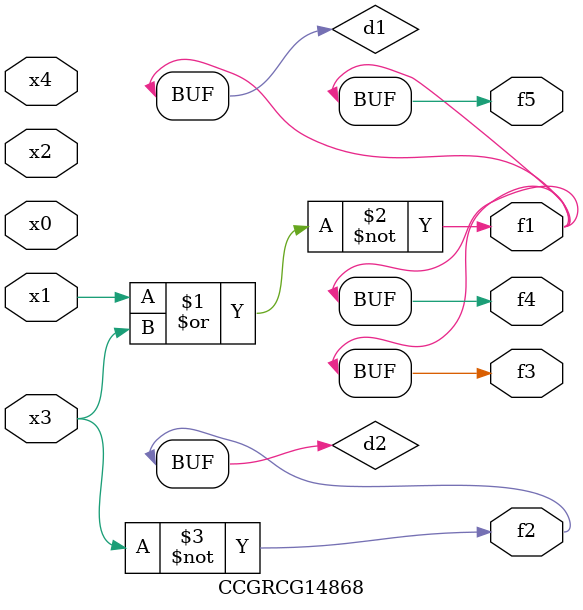
<source format=v>
module CCGRCG14868(
	input x0, x1, x2, x3, x4,
	output f1, f2, f3, f4, f5
);

	wire d1, d2;

	nor (d1, x1, x3);
	not (d2, x3);
	assign f1 = d1;
	assign f2 = d2;
	assign f3 = d1;
	assign f4 = d1;
	assign f5 = d1;
endmodule

</source>
